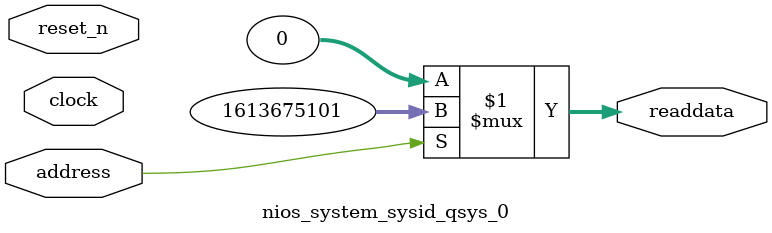
<source format=v>



// synthesis translate_off
`timescale 1ns / 1ps
// synthesis translate_on

// turn off superfluous verilog processor warnings 
// altera message_level Level1 
// altera message_off 10034 10035 10036 10037 10230 10240 10030 

module nios_system_sysid_qsys_0 (
               // inputs:
                address,
                clock,
                reset_n,

               // outputs:
                readdata
             )
;

  output  [ 31: 0] readdata;
  input            address;
  input            clock;
  input            reset_n;

  wire    [ 31: 0] readdata;
  //control_slave, which is an e_avalon_slave
  assign readdata = address ? 1613675101 : 0;

endmodule



</source>
